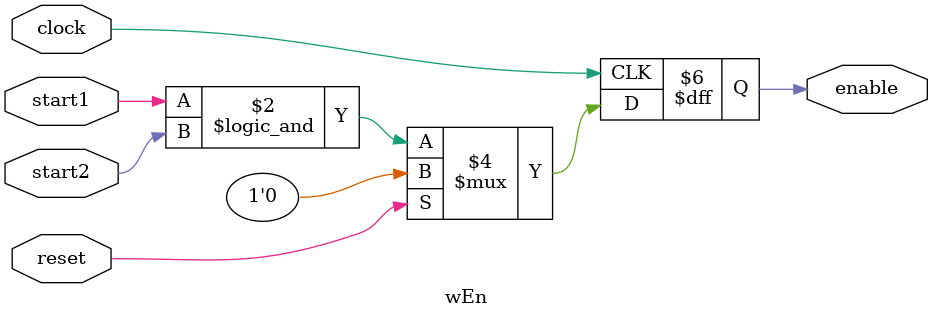
<source format=v>
module wEn (

    /*-----------Inputs--------------------------------*/

    input       clock,  /* clock */
    input 	    reset,		// resets
    input wire  start1,  /* Go message Signal*/
    input wire  start2,  /* Go message Signal*/

    /*-----------Outputs--------------------------------*/

    output reg enable  /* zero flag */
);

always @(posedge clock)
    begin
	enable <= 0;
	if(reset) enable <= 0;
    else enable <= start1 && start2;
    end

endmodule

</source>
